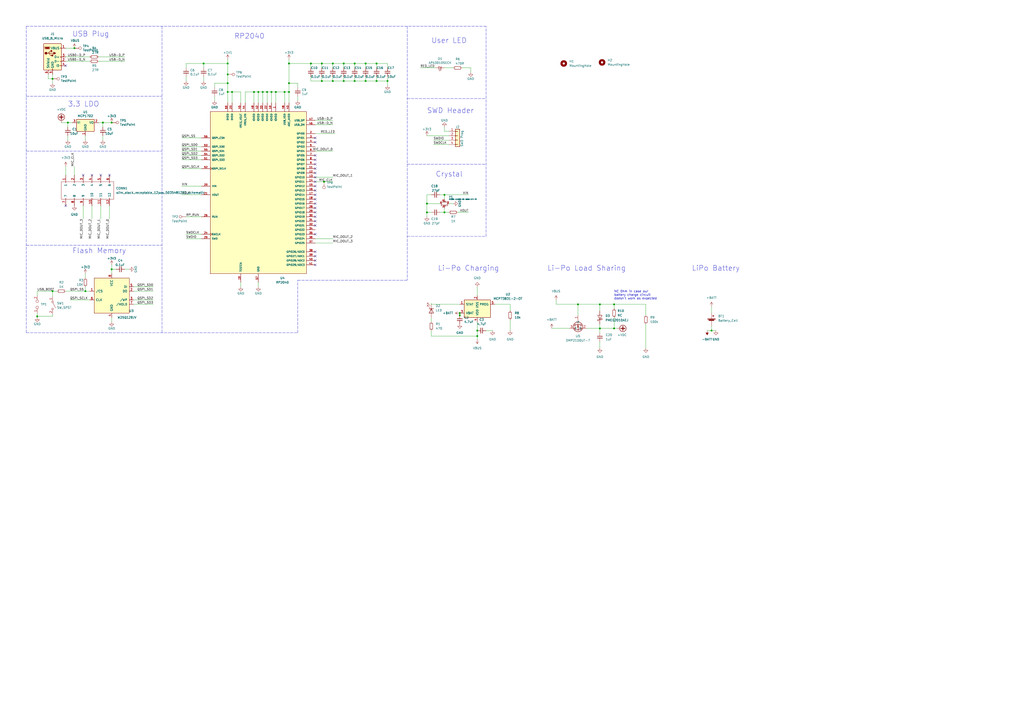
<source format=kicad_sch>
(kicad_sch (version 20211123) (generator eeschema)
  (paper "A2")
  (title_block (title "Multi Speaker Wearable Array") (date "2021-11-20") (rev "V 0.1") (comment 3 "Fork of: Mico, Electronuts Labs") (comment 4 "Design: Cayden Pierce"))
  (junction (at 147.32 53.34))
  (junction (at 212.09 36.83))
  (junction (at 30.48 168.91))
  (junction (at 347.98 190.5))
  (junction (at 266.7 181.61))
  (junction (at 157.48 53.34))
  (junction (at 347.98 176.53))
  (junction (at 247.65 118.11))
  (junction (at 132.08 36.83))
  (junction (at 167.64 48.26))
  (junction (at 59.69 71.12))
  (junction (at 186.69 36.83))
  (junction (at 167.64 53.34))
  (junction (at 412.75 191.77))
  (junction (at 193.04 36.83))
  (junction (at 212.09 46.99))
  (junction (at 64.77 71.12))
  (junction (at 160.02 53.34))
  (junction (at 118.11 36.83))
  (junction (at 49.53 168.91))
  (junction (at 247.65 123.19))
  (junction (at 205.74 46.99))
  (junction (at 180.34 36.83))
  (junction (at 257.81 123.19))
  (junction (at 218.44 36.83))
  (junction (at 199.39 46.99))
  (junction (at 132.08 53.34))
  (junction (at 335.28 176.53))
  (junction (at 186.69 46.99))
  (junction (at 43.18 27.94))
  (junction (at 224.79 46.99))
  (junction (at 39.37 71.12))
  (junction (at 193.04 46.99))
  (junction (at 149.86 53.34))
  (junction (at 154.94 53.34))
  (junction (at 257.81 113.03))
  (junction (at 218.44 46.99))
  (junction (at 205.74 36.83))
  (junction (at 64.77 156.21))
  (junction (at 30.48 45.72))
  (junction (at 167.64 36.83))
  (junction (at 276.86 194.945))
  (junction (at 356.235 190.5))
  (junction (at 356.235 176.53))
  (junction (at 165.1 53.34))
  (junction (at 199.39 36.83))
  (junction (at 134.62 53.34))
  (junction (at 187.96 105.41))
  (junction (at 152.4 53.34))
  (junction (at 132.08 48.26))
  (junction (at 21.59 183.515))
  (junction (at 266.7 182.88))
  (junction (at 132.08 43.18))
  (junction (at 276.86 191.77))
  (no_connect (at 182.88 118.11))
  (no_connect (at 182.88 151.13))
  (no_connect (at 182.88 97.79))
  (no_connect (at 182.88 90.17))
  (no_connect (at 38.1 38.1))
  (no_connect (at 182.88 148.59))
  (no_connect (at 182.88 115.57))
  (no_connect (at 182.88 123.19))
  (no_connect (at 182.88 92.71))
  (no_connect (at 182.88 100.33))
  (no_connect (at 182.88 105.41))
  (no_connect (at 182.88 130.81))
  (no_connect (at 38.1 119.38))
  (no_connect (at 182.88 120.65))
  (no_connect (at 182.88 135.89))
  (no_connect (at 182.88 110.49))
  (no_connect (at 63.5 101.6))
  (no_connect (at 48.26 101.6))
  (no_connect (at 58.42 101.6))
  (no_connect (at 53.34 101.6))
  (no_connect (at 182.88 153.67))
  (no_connect (at 182.88 113.03))
  (no_connect (at 182.88 128.27))
  (no_connect (at 182.88 82.55))
  (no_connect (at 182.88 95.25))
  (no_connect (at 182.88 102.87))
  (no_connect (at 182.88 146.05))
  (no_connect (at 182.88 107.95))
  (no_connect (at 182.88 125.73))
  (no_connect (at 182.88 80.01))
  (polyline (pts (xy 172.72 193.04) (xy 172.72 162.56)))
  (wire (pts (xy 63.5 119.38) (xy 63.5 127)))
  (wire (pts (xy 356.235 176.53) (xy 356.235 179.07)))
  (polyline (pts (xy 172.72 162.56) (xy 236.22 162.56)))
  (wire (pts (xy 154.94 53.34) (xy 157.48 53.34)))
  (wire (pts (xy 356.235 190.5) (xy 358.14 190.5)))
  (wire (pts (xy 212.09 44.45) (xy 212.09 46.99)))
  (wire (pts (xy 116.84 92.71) (xy 105.41 92.71)))
  (wire (pts (xy 118.11 39.37) (xy 118.11 36.83)))
  (wire (pts (xy 88.9 173.99) (xy 77.47 173.99)))
  (wire (pts (xy 165.1 59.69) (xy 165.1 53.34)))
  (wire (pts (xy 157.48 53.34) (xy 160.02 53.34)))
  (wire (pts (xy 165.1 53.34) (xy 167.64 53.34)))
  (wire (pts (xy 67.31 156.21) (xy 64.77 156.21)))
  (wire (pts (xy 152.4 59.69) (xy 152.4 53.34)))
  (wire (pts (xy 52.07 35.56) (xy 38.1 35.56)))
  (polyline (pts (xy 15.24 55.88) (xy 93.98 55.88)))
  (wire (pts (xy 205.74 44.45) (xy 205.74 46.99)))
  (wire (pts (xy 257.81 76.2) (xy 257.81 73.66)))
  (wire (pts (xy 247.65 123.19) (xy 247.65 125.73)))
  (wire (pts (xy 205.74 36.83) (xy 212.09 36.83)))
  (wire (pts (xy 118.11 36.83) (xy 132.08 36.83)))
  (wire (pts (xy 218.44 46.99) (xy 224.79 46.99)))
  (wire (pts (xy 182.88 105.41) (xy 187.96 105.41)))
  (wire (pts (xy 266.7 182.88) (xy 266.7 184.15)))
  (wire (pts (xy 21.59 168.91) (xy 21.59 171.45)))
  (wire (pts (xy 21.59 183.515) (xy 30.48 183.515)))
  (wire (pts (xy 57.15 71.12) (xy 59.69 71.12)))
  (wire (pts (xy 186.69 39.37) (xy 186.69 36.83)))
  (polyline (pts (xy 236.22 57.15) (xy 281.94 57.15)))
  (wire (pts (xy 57.15 35.56) (xy 72.39 35.56)))
  (wire (pts (xy 247.65 118.11) (xy 247.65 123.19)))
  (wire (pts (xy 59.69 73.66) (xy 59.69 71.12)))
  (wire (pts (xy 335.28 176.53) (xy 335.28 182.88)))
  (wire (pts (xy 38.1 168.91) (xy 49.53 168.91)))
  (wire (pts (xy 118.11 46.99) (xy 118.11 44.45)))
  (wire (pts (xy 224.79 46.99) (xy 224.79 49.53)))
  (wire (pts (xy 186.69 36.83) (xy 193.04 36.83)))
  (wire (pts (xy 30.48 182.245) (xy 30.48 183.515)))
  (wire (pts (xy 193.04 44.45) (xy 193.04 46.99)))
  (wire (pts (xy 347.98 190.5) (xy 347.98 193.04)))
  (wire (pts (xy 180.34 44.45) (xy 180.34 46.99)))
  (wire (pts (xy 160.02 59.69) (xy 160.02 53.34)))
  (wire (pts (xy 374.65 182.88) (xy 374.65 176.53)))
  (wire (pts (xy 160.02 53.34) (xy 165.1 53.34)))
  (wire (pts (xy 134.62 53.34) (xy 132.08 53.34)))
  (wire (pts (xy 199.39 46.99) (xy 205.74 46.99)))
  (wire (pts (xy 116.84 97.79) (xy 105.41 97.79)))
  (wire (pts (xy 105.41 87.63) (xy 116.84 87.63)))
  (wire (pts (xy 105.41 80.01) (xy 116.84 80.01)))
  (wire (pts (xy 250.19 176.53) (xy 250.19 175.895)))
  (wire (pts (xy 39.37 71.12) (xy 35.56 71.12)))
  (wire (pts (xy 218.44 39.37) (xy 218.44 36.83)))
  (wire (pts (xy 132.08 36.83) (xy 132.08 34.29)))
  (wire (pts (xy 257.81 113.03) (xy 271.78 113.03)))
  (wire (pts (xy 218.44 36.83) (xy 224.79 36.83)))
  (wire (pts (xy 149.86 53.34) (xy 152.4 53.34)))
  (wire (pts (xy 347.98 190.5) (xy 356.235 190.5)))
  (wire (pts (xy 243.84 39.37) (xy 252.73 39.37)))
  (wire (pts (xy 273.05 39.37) (xy 273.05 41.91)))
  (wire (pts (xy 347.98 187.96) (xy 347.98 190.5)))
  (wire (pts (xy 41.91 71.12) (xy 39.37 71.12)))
  (wire (pts (xy 64.77 184.15) (xy 64.77 186.69)))
  (wire (pts (xy 53.34 119.38) (xy 53.34 127)))
  (wire (pts (xy 59.69 71.12) (xy 64.77 71.12)))
  (wire (pts (xy 167.64 53.34) (xy 167.64 48.26)))
  (wire (pts (xy 134.62 53.34) (xy 139.7 53.34)))
  (wire (pts (xy 39.37 78.74) (xy 39.37 81.28)))
  (wire (pts (xy 167.64 53.34) (xy 167.64 59.69)))
  (wire (pts (xy 139.7 53.34) (xy 139.7 59.69)))
  (wire (pts (xy 33.02 168.91) (xy 30.48 168.91)))
  (wire (pts (xy 152.4 53.34) (xy 154.94 53.34)))
  (wire (pts (xy 39.37 73.66) (xy 39.37 71.12)))
  (wire (pts (xy 107.95 44.45) (xy 107.95 46.99)))
  (wire (pts (xy 218.44 44.45) (xy 218.44 46.99)))
  (wire (pts (xy 186.69 44.45) (xy 186.69 46.99)))
  (wire (pts (xy 27.94 43.18) (xy 27.94 45.72)))
  (wire (pts (xy 260.35 76.2) (xy 257.81 76.2)))
  (wire (pts (xy 347.98 176.53) (xy 356.235 176.53)))
  (wire (pts (xy 276.86 194.945) (xy 276.86 196.85)))
  (wire (pts (xy 260.35 123.19) (xy 257.81 123.19)))
  (wire (pts (xy 295.91 180.34) (xy 295.91 176.53)))
  (wire (pts (xy 199.39 36.83) (xy 205.74 36.83)))
  (wire (pts (xy 105.41 113.03) (xy 116.84 113.03)))
  (wire (pts (xy 412.75 189.23) (xy 412.75 191.77)))
  (wire (pts (xy 149.86 59.69) (xy 149.86 53.34)))
  (wire (pts (xy 59.69 78.74) (xy 59.69 81.28)))
  (wire (pts (xy 132.08 36.83) (xy 132.08 43.18)))
  (wire (pts (xy 193.04 72.39) (xy 182.88 72.39)))
  (wire (pts (xy 224.79 39.37) (xy 224.79 36.83)))
  (wire (pts (xy 38.1 96.52) (xy 38.1 101.6)))
  (wire (pts (xy 257.81 120.65) (xy 257.81 123.19)))
  (wire (pts (xy 262.89 39.37) (xy 257.81 39.37)))
  (wire (pts (xy 132.08 59.69) (xy 132.08 53.34)))
  (wire (pts (xy 356.235 176.53) (xy 374.65 176.53)))
  (wire (pts (xy 193.04 46.99) (xy 199.39 46.99)))
  (wire (pts (xy 172.72 58.42) (xy 172.72 55.88)))
  (wire (pts (xy 374.65 187.96) (xy 374.65 201.93)))
  (wire (pts (xy 187.96 105.41) (xy 193.04 105.41)))
  (wire (pts (xy 142.24 59.69) (xy 142.24 53.34)))
  (wire (pts (xy 250.19 191.77) (xy 250.19 194.945)))
  (polyline (pts (xy 15.24 142.24) (xy 93.98 142.24)))
  (wire (pts (xy 212.09 39.37) (xy 212.09 36.83)))
  (wire (pts (xy 118.11 36.83) (xy 107.95 36.83)))
  (wire (pts (xy 180.34 36.83) (xy 186.69 36.83)))
  (wire (pts (xy 147.32 59.69) (xy 147.32 53.34)))
  (polyline (pts (xy 236.22 15.24) (xy 236.22 162.56)))
  (wire (pts (xy 257.81 115.57) (xy 257.81 113.03)))
  (wire (pts (xy 281.94 191.77) (xy 285.75 191.77)))
  (wire (pts (xy 276.86 166.37) (xy 276.86 171.45)))
  (polyline (pts (xy 15.24 193.04) (xy 172.72 193.04)))
  (wire (pts (xy 116.84 107.95) (xy 105.41 107.95)))
  (wire (pts (xy 49.53 161.29) (xy 49.53 158.75)))
  (wire (pts (xy 77.47 166.37) (xy 88.9 166.37)))
  (wire (pts (xy 347.98 176.53) (xy 347.98 180.34)))
  (wire (pts (xy 257.81 113.03) (xy 255.27 113.03)))
  (wire (pts (xy 250.19 113.03) (xy 247.65 113.03)))
  (wire (pts (xy 64.77 156.21) (xy 64.77 153.67)))
  (wire (pts (xy 347.98 198.12) (xy 347.98 201.93)))
  (wire (pts (xy 199.39 44.45) (xy 199.39 46.99)))
  (wire (pts (xy 224.79 44.45) (xy 224.79 46.99)))
  (wire (pts (xy 21.59 183.515) (xy 21.59 184.15)))
  (wire (pts (xy 267.97 39.37) (xy 273.05 39.37)))
  (wire (pts (xy 52.07 173.99) (xy 40.64 173.99)))
  (polyline (pts (xy 236.22 95.25) (xy 281.94 95.25)))
  (wire (pts (xy 199.39 39.37) (xy 199.39 36.83)))
  (polyline (pts (xy 15.24 15.24) (xy 15.24 193.04)))
  (wire (pts (xy 322.58 176.53) (xy 335.28 176.53)))
  (wire (pts (xy 247.65 123.19) (xy 250.19 123.19)))
  (wire (pts (xy 412.75 191.77) (xy 415.29 191.77)))
  (wire (pts (xy 180.34 36.83) (xy 167.64 36.83)))
  (wire (pts (xy 257.81 123.19) (xy 255.27 123.19)))
  (wire (pts (xy 410.21 191.77) (xy 412.75 191.77)))
  (wire (pts (xy 43.18 96.52) (xy 43.18 101.6)))
  (wire (pts (xy 182.88 69.85) (xy 193.04 69.85)))
  (wire (pts (xy 116.84 85.09) (xy 105.41 85.09)))
  (wire (pts (xy 250.19 184.15) (xy 250.19 186.69)))
  (wire (pts (xy 116.84 125.73) (xy 107.95 125.73)))
  (wire (pts (xy 193.04 36.83) (xy 199.39 36.83)))
  (wire (pts (xy 147.32 53.34) (xy 149.86 53.34)))
  (wire (pts (xy 212.09 36.83) (xy 218.44 36.83)))
  (wire (pts (xy 49.53 78.74) (xy 49.53 81.28)))
  (wire (pts (xy 330.2 190.5) (xy 320.04 190.5)))
  (wire (pts (xy 260.35 78.74) (xy 247.65 78.74)))
  (wire (pts (xy 57.15 33.02) (xy 72.39 33.02)))
  (wire (pts (xy 124.46 58.42) (xy 124.46 55.88)))
  (wire (pts (xy 271.78 123.19) (xy 265.43 123.19)))
  (wire (pts (xy 30.48 45.72) (xy 30.48 43.18)))
  (wire (pts (xy 132.08 53.34) (xy 132.08 48.26)))
  (wire (pts (xy 48.26 119.38) (xy 48.26 127)))
  (wire (pts (xy 116.84 135.89) (xy 107.95 135.89)))
  (wire (pts (xy 132.08 48.26) (xy 124.46 48.26)))
  (wire (pts (xy 142.24 53.34) (xy 147.32 53.34)))
  (wire (pts (xy 295.91 176.53) (xy 287.02 176.53)))
  (wire (pts (xy 182.88 102.87) (xy 193.04 102.87)))
  (wire (pts (xy 88.9 168.91) (xy 77.47 168.91)))
  (wire (pts (xy 347.98 190.5) (xy 340.36 190.5)))
  (wire (pts (xy 172.72 48.26) (xy 172.72 50.8)))
  (wire (pts (xy 356.235 184.15) (xy 356.235 190.5)))
  (polyline (pts (xy 15.24 15.24) (xy 281.94 15.24)))
  (wire (pts (xy 30.48 168.91) (xy 21.59 168.91)))
  (wire (pts (xy 182.88 138.43) (xy 193.04 138.43)))
  (wire (pts (xy 58.42 119.38) (xy 58.42 127)))
  (wire (pts (xy 247.65 113.03) (xy 247.65 118.11)))
  (wire (pts (xy 266.7 176.53) (xy 250.19 176.53)))
  (wire (pts (xy 205.74 46.99) (xy 212.09 46.99)))
  (wire (pts (xy 167.64 36.83) (xy 167.64 48.26)))
  (wire (pts (xy 182.88 140.97) (xy 193.04 140.97)))
  (wire (pts (xy 182.88 87.63) (xy 193.04 87.63)))
  (wire (pts (xy 72.39 156.21) (xy 74.93 156.21)))
  (wire (pts (xy 77.47 176.53) (xy 88.9 176.53)))
  (wire (pts (xy 276.86 191.77) (xy 276.86 194.945)))
  (wire (pts (xy 260.35 83.82) (xy 251.46 83.82)))
  (wire (pts (xy 64.77 158.75) (xy 64.77 156.21)))
  (wire (pts (xy 167.64 48.26) (xy 172.72 48.26)))
  (wire (pts (xy 212.09 46.99) (xy 218.44 46.99)))
  (wire (pts (xy 260.35 118.11) (xy 262.89 118.11)))
  (wire (pts (xy 154.94 59.69) (xy 154.94 53.34)))
  (wire (pts (xy 107.95 39.37) (xy 107.95 36.83)))
  (wire (pts (xy 134.62 59.69) (xy 134.62 53.34)))
  (wire (pts (xy 205.74 39.37) (xy 205.74 36.83)))
  (wire (pts (xy 132.08 43.18) (xy 132.08 48.26)))
  (wire (pts (xy 149.86 163.83) (xy 149.86 166.37)))
  (wire (pts (xy 21.59 181.61) (xy 21.59 183.515)))
  (polyline (pts (xy 236.22 137.16) (xy 281.94 137.16)))
  (wire (pts (xy 255.27 118.11) (xy 247.65 118.11)))
  (wire (pts (xy 194.31 77.47) (xy 182.88 77.47)))
  (wire (pts (xy 276.86 186.69) (xy 276.86 191.77)))
  (wire (pts (xy 38.1 27.94) (xy 43.18 27.94)))
  (wire (pts (xy 412.75 177.8) (xy 412.75 181.61)))
  (wire (pts (xy 49.53 168.91) (xy 52.07 168.91)))
  (wire (pts (xy 260.35 81.28) (xy 251.46 81.28)))
  (wire (pts (xy 49.53 168.91) (xy 49.53 166.37)))
  (wire (pts (xy 105.41 90.17) (xy 116.84 90.17)))
  (wire (pts (xy 335.28 176.53) (xy 347.98 176.53)))
  (wire (pts (xy 116.84 138.43) (xy 107.95 138.43)))
  (wire (pts (xy 167.64 34.29) (xy 167.64 36.83)))
  (wire (pts (xy 180.34 39.37) (xy 180.34 36.83)))
  (wire (pts (xy 266.7 181.61) (xy 266.7 182.88)))
  (polyline (pts (xy 281.94 137.16) (xy 281.94 15.24)))
  (wire (pts (xy 157.48 59.69) (xy 157.48 53.34)))
  (wire (pts (xy 193.04 39.37) (xy 193.04 36.83)))
  (wire (pts (xy 27.94 45.72) (xy 30.48 45.72)))
  (wire (pts (xy 30.48 168.91) (xy 30.48 172.085)))
  (wire (pts (xy 139.7 163.83) (xy 139.7 166.37)))
  (wire (pts (xy 38.1 33.02) (xy 52.07 33.02)))
  (wire (pts (xy 186.69 46.99) (xy 193.04 46.99)))
  (wire (pts (xy 322.58 173.99) (xy 322.58 176.53)))
  (wire (pts (xy 180.34 46.99) (xy 186.69 46.99)))
  (wire (pts (xy 30.48 48.26) (xy 30.48 45.72)))
  (polyline (pts (xy 15.24 87.63) (xy 93.98 87.63)))
  (wire (pts (xy 295.91 185.42) (xy 295.91 191.77)))
  (polyline (pts (xy 93.98 15.24) (xy 93.98 193.04)))
  (wire (pts (xy 124.46 48.26) (xy 124.46 50.8)))
  (wire (pts (xy 250.19 194.945) (xy 276.86 194.945)))
  (text "NC 0hm in case our \nbattery charge circuit \ndoesn't work as expected\n" (at 356.235 173.99 0) (effects (font (size 1.27 1.27)) (justify left bottom)))
  (text "USB Plug" (at 41.91 21.59 0) (effects (font (size 2.9972 2.9972)) (justify left bottom)))
  (text "Li-Po Charging" (at 254 157.48 0) (effects (font (size 2.9972 2.9972)) (justify left bottom)))
  (text "Li-Po Load Sharing" (at 317.5 157.48 0) (effects (font (size 2.9972 2.9972)) (justify left bottom)))
  (text "Crystal" (at 252.73 102.87 0) (effects (font (size 2.9972 2.9972)) (justify left bottom)))
  (text "Flash Memory" (at 41.91 147.32 0) (effects (font (size 2.9972 2.9972)) (justify left bottom)))
  (text "SWD Header" (at 247.65 66.04 0) (effects (font (size 2.9972 2.9972)) (justify left bottom)))
  (text "User LED" (at 250.19 25.4 0) (effects (font (size 2.9972 2.9972)) (justify left bottom)))
  (text "3.3 LDO" (at 39.37 62.23 0) (effects (font (size 2.9972 2.9972)) (justify left bottom)))
  (text "RP2040" (at 135.89 22.86 0) (effects (font (size 2.9972 2.9972)) (justify left bottom)))
  (text "LiPo Battery" (at 401.32 157.48 0) (effects (font (size 2.9972 2.9972)) (justify left bottom)))
  (label "QSPI_SD3" (at 88.9 176.53 180))
  (label "XIN" (at 105.41 107.95 0))
  (label "USB-D_P" (at 72.39 33.02 180))
  (label "SWDIO" (at 107.95 138.43 0))
  (label "QSPI_SD1" (at 88.9 168.91 180))
  (label "MIC_DOUT_1" (at 193.04 102.87 0))
  (label "RP_RUN" (at 107.95 125.73 0))
  (label "MIC_CLK" (at 43.18 96.52 90))
  (label "XIN" (at 271.78 113.03 180))
  (label "QSPI_SD0" (at 105.41 85.09 0))
  (label "RED_LED" (at 243.84 39.37 0))
  (label "MIC_DOUT_3" (at 48.26 127 270))
  (label "QSPI_SCLK" (at 105.41 97.79 0))
  (label "MIC_DOUT_2" (at 193.04 138.43 0))
  (label "QSPI_SD2" (at 105.41 90.17 0))
  (label "SWDIO" (at 251.46 81.28 0))
  (label "MIC_DOUT_3" (at 193.04 140.97 0))
  (label "MIC_DOUT_2" (at 53.34 127 270))
  (label "MIC_DOUT_0" (at 193.04 87.63 180))
  (label "MIC_DOUT_1" (at 58.42 127 270))
  (label "MIC_CLK" (at 193.04 105.41 180))
  (label "USB-D_P" (at 193.04 69.85 180))
  (label "QSPI_SS" (at 105.41 80.01 0))
  (label "QSPI_SD3" (at 105.41 92.71 0))
  (label "USB-D_N" (at 72.39 35.56 180))
  (label "QSPI_SS" (at 40.64 168.91 0))
  (label "XOUT" (at 271.78 123.19 180))
  (label "USB_BOOT" (at 21.59 168.91 0))
  (label "USB-D_N" (at 193.04 72.39 180))
  (label "USB0-D_P" (at 49.53 33.02 180))
  (label "USB0-D_N" (at 49.53 35.56 180))
  (label "QSPI_SD1" (at 105.41 87.63 0))
  (label "QSPI_SD2" (at 88.9 173.99 180))
  (label "SWDCLK" (at 107.95 135.89 0))
  (label "QSPI_SCLK" (at 40.64 173.99 0))
  (label "XOUT" (at 105.41 113.03 0))
  (label "RED_LED" (at 194.31 77.47 180))
  (label "SWDCLK" (at 251.46 83.82 0))
  (label "MIC_DOUT_0" (at 63.5 127 270))
  (label "QSPI_SD0" (at 88.9 166.37 180))
  (symbol (lib_id "power:GND") (at 30.48 48.26 0) (unit 1)
    (property "Reference" "#PWR011" (effects hide))
    (property "Value" "GND" (at 30.48 52.07 0))
  )
  (symbol (lib_id "power:+3V3") (at 167.64 34.29 0) (unit 1)
    (property "Reference" "#PWR023" (effects hide))
    (property "Value" "+3V3" (at 167.64 30.48 0))
  )
  (symbol (lib_id "Device:C_Small") (at 180.34 41.91 0) (unit 1)
    (property "Reference" "C10" (at 180.34 39.37 0) (effects (justify left)))
    (property "Value" "0.1uF" (at 180.34 44.45 0) (effects (justify left)))
    (property "Footprint" "Capacitor_SMD:C_0402_1005Metric" (effects hide))
  )
  (symbol (lib_id "Device:R_Small") (at 54.61 33.02 270) (unit 1)
    (property "Reference" "R4" (at 53.34 27.94 90) (effects (justify left)))
    (property "Value" "27R" (at 53.34 30.48 90) (effects (justify left)))
    (property "Footprint" "Resistor_SMD:R_0402_1005Metric" (effects hide))
  )
  (symbol (lib_id "mico:RP2040") (at 149.86 113.03 0) (unit 1)
    (property "Reference" "U4" (at 163.83 161.29 0))
    (property "Value" "RP2040" (at 163.83 163.83 0))
    (property "Footprint" "mico:QFN40P700X700X90-57N" (effects hide))
    (property "MAXIMUM_PACKAGE_HEIGHT" "0.9 mm" (effects hide))
    (property "MANUFACTURER" "Raspberry Pi" (effects hide))
    (property "PARTREV" "1.6.1" (effects hide))
    (property "STANDARD" "IPC 7351B" (effects hide))
  )
  (symbol (lib_id "mico:W25Q128JV") (at 64.77 171.45 0) (unit 1)
    (property "Reference" "U3" (at 76.2 180.34 0))
    (property "Value" "W25Q128JV" (at 73.66 184.15 0))
    (property "Footprint" "mico:PSON50P300X200X60-9N" (effects hide))
  )
  (symbol (lib_id "power:GND") (at 118.11 46.99 0) (unit 1)
    (property "Reference" "#PWR018" (effects hide))
    (property "Value" "GND" (at 118.11 50.8 0))
  )
  (symbol (lib_id "Device:C_Small") (at 124.46 53.34 0) (unit 1)
    (property "Reference" "C8" (at 126.7968 52.1716 0) (effects (justify left)))
    (property "Value" "1uF" (at 126.7968 54.483 0) (effects (justify left)))
    (property "Footprint" "Capacitor_SMD:C_0402_1005Metric" (effects hide))
  )
  (symbol (lib_id "Device:C_Small") (at 118.11 41.91 0) (unit 1)
    (property "Reference" "C7" (at 120.4468 40.7416 0) (effects (justify left)))
    (property "Value" "0.1uF" (at 120.4468 43.053 0) (effects (justify left)))
    (property "Footprint" "Capacitor_SMD:C_0402_1005Metric" (effects hide))
  )
  (symbol (lib_id "power:GND") (at 139.7 166.37 0) (unit 1)
    (property "Reference" "#PWR021" (effects hide))
    (property "Value" "GND" (at 139.7 170.18 0))
  )
  (symbol (lib_id "power:GND") (at 149.86 166.37 0) (unit 1)
    (property "Reference" "#PWR022" (effects hide))
    (property "Value" "GND" (at 149.86 170.18 0))
  )
  (symbol (lib_id "power:GND") (at 124.46 58.42 0) (unit 1)
    (property "Reference" "#PWR019" (effects hide))
    (property "Value" "GND" (at 124.46 62.23 0))
  )
  (symbol (lib_id "Device:C_Small") (at 107.95 41.91 0) (unit 1)
    (property "Reference" "C6" (at 110.2868 40.7416 0) (effects (justify left)))
    (property "Value" "0.1uF" (at 110.2868 43.053 0) (effects (justify left)))
    (property "Footprint" "Capacitor_SMD:C_0402_1005Metric" (effects hide))
  )
  (symbol (lib_id "power:+1V1") (at 132.08 34.29 0) (unit 1)
    (property "Reference" "#PWR020" (effects hide))
    (property "Value" "+1V1" (at 132.08 30.48 0))
  )
  (symbol (lib_id "Device:C_Small") (at 172.72 53.34 0) (unit 1)
    (property "Reference" "C9" (at 175.0568 52.1716 0) (effects (justify left)))
    (property "Value" "1uF" (at 175.0568 54.483 0) (effects (justify left)))
    (property "Footprint" "Capacitor_SMD:C_0402_1005Metric" (effects hide))
  )
  (symbol (lib_id "power:GND") (at 107.95 46.99 0) (unit 1)
    (property "Reference" "#PWR017" (effects hide))
    (property "Value" "GND" (at 107.95 50.8 0))
  )
  (symbol (lib_id "power:GND") (at 172.72 58.42 0) (unit 1)
    (property "Reference" "#PWR024" (effects hide))
    (property "Value" "GND" (at 172.72 62.23 0))
  )
  (symbol (lib_id "power:GND") (at 224.79 49.53 0) (unit 1)
    (property "Reference" "#PWR025" (effects hide))
    (property "Value" "GND" (at 224.79 53.34 0))
  )
  (symbol (lib_id "Device:R_Small") (at 54.61 35.56 270) (unit 1)
    (property "Reference" "R5" (at 53.34 38.1 90) (effects (justify left)))
    (property "Value" "27R" (at 53.34 40.64 90) (effects (justify left)))
    (property "Footprint" "Resistor_SMD:R_0402_1005Metric" (effects hide))
  )
  (symbol (lib_id "Connector:TestPoint_2Pole") (at 21.59 176.53 90) (unit 1)
    (property "Reference" "TP1" (at 25.4 176.53 90))
    (property "Value" "TestPoint_2Pole" (effects hide))
    (property "Footprint" "mico:SMD_1x02_P1.27mm" (effects hide))
  )
  (symbol (lib_id "power:GND") (at 21.59 184.15 0) (unit 1)
    (property "Reference" "#PWR01" (effects hide))
    (property "Value" "GND" (at 21.59 187.96 0))
  )
  (symbol (lib_id "Device:R_Small") (at 35.56 168.91 270) (unit 1)
    (property "Reference" "R2" (at 34.29 163.83 90) (effects (justify left)))
    (property "Value" "1K" (at 34.29 166.37 90) (effects (justify left)))
    (property "Footprint" "Resistor_SMD:R_0402_1005Metric" (effects hide))
  )
  (symbol (lib_id "power:GND") (at 64.77 186.69 0) (unit 1)
    (property "Reference" "#PWR016" (effects hide))
    (property "Value" "GND" (at 64.77 190.5 0))
  )
  (symbol (lib_id "Device:R_Small") (at 49.53 163.83 0) (unit 1)
    (property "Reference" "R3" (at 45.72 162.56 0) (effects (justify left)))
    (property "Value" "10K" (at 44.45 165.1 0) (effects (justify left)))
    (property "Footprint" "Resistor_SMD:R_0402_1005Metric" (effects hide))
  )
  (symbol (lib_id "Device:C_Small") (at 69.85 156.21 90) (unit 1)
    (property "Reference" "C4" (at 71.12 151.13 90) (effects (justify left)))
    (property "Value" "0.1uF" (at 72.39 153.67 90) (effects (justify left)))
    (property "Footprint" "Capacitor_SMD:C_0402_1005Metric" (effects hide))
  )
  (symbol (lib_id "power:GND") (at 74.93 156.21 90) (unit 1)
    (property "Reference" "#PWR010" (effects hide))
    (property "Value" "GND" (at 78.74 156.21 0))
  )
  (symbol (lib_id "power:+3V3") (at 64.77 153.67 0) (unit 1)
    (property "Reference" "#PWR015" (effects hide))
    (property "Value" "+3V3" (at 64.77 149.86 0))
  )
  (symbol (lib_id "power:+3V3") (at 49.53 158.75 0) (unit 1)
    (property "Reference" "#PWR07" (effects hide))
    (property "Value" "+3V3" (at 49.53 154.94 0))
  )
  (symbol (lib_id "power:VBUS") (at 43.18 27.94 0) (unit 1)
    (property "Reference" "#PWR012" (effects hide))
    (property "Value" "VBUS" (at 43.561 23.5458 0))
  )
  (symbol (lib_id "Device:R_Small") (at 262.89 123.19 270) (unit 1)
    (property "Reference" "R7" (at 261.62 125.73 90) (effects (justify left)))
    (property "Value" "1K" (at 261.62 128.27 90) (effects (justify left)))
    (property "Footprint" "Resistor_SMD:R_0402_1005Metric" (effects hide))
  )
  (symbol (lib_id "Device:C_Small") (at 252.73 113.03 90) (unit 1)
    (property "Reference" "C18" (at 254 107.95 90) (effects (justify left)))
    (property "Value" "27pF" (at 255.27 110.49 90) (effects (justify left)))
    (property "Footprint" "Capacitor_SMD:C_0402_1005Metric" (effects hide))
  )
  (symbol (lib_id "Device:C_Small") (at 252.73 123.19 90) (unit 1)
    (property "Reference" "C19" (at 254 127 90) (effects (justify left)))
    (property "Value" "27pF" (at 255.27 129.54 90) (effects (justify left)))
    (property "Footprint" "Capacitor_SMD:C_0402_1005Metric" (effects hide))
  )
  (symbol (lib_id "power:GND") (at 247.65 125.73 0) (unit 1)
    (property "Reference" "#PWR026" (effects hide))
    (property "Value" "GND" (at 247.65 129.54 0))
  )
  (symbol (lib_id "Device:C_Small") (at 224.79 41.91 0) (unit 1)
    (property "Reference" "C17" (at 224.79 39.37 0) (effects (justify left)))
    (property "Value" "10uF" (at 224.79 44.45 0) (effects (justify left)))
    (property "Footprint" "Capacitor_SMD:C_0402_1005Metric" (effects hide))
  )
  (symbol (lib_id "Device:C_Small") (at 186.69 41.91 0) (unit 1)
    (property "Reference" "C11" (at 186.69 39.37 0) (effects (justify left)))
    (property "Value" "0.1uF" (at 186.69 44.45 0) (effects (justify left)))
    (property "Footprint" "Capacitor_SMD:C_0402_1005Metric" (effects hide))
  )
  (symbol (lib_id "Device:C_Small") (at 193.04 41.91 0) (unit 1)
    (property "Reference" "C12" (at 193.04 39.37 0) (effects (justify left)))
    (property "Value" "0.1uF" (at 193.04 44.45 0) (effects (justify left)))
    (property "Footprint" "Capacitor_SMD:C_0402_1005Metric" (effects hide))
  )
  (symbol (lib_id "Device:C_Small") (at 199.39 41.91 0) (unit 1)
    (property "Reference" "C13" (at 199.39 39.37 0) (effects (justify left)))
    (property "Value" "0.1uF" (at 199.39 44.45 0) (effects (justify left)))
    (property "Footprint" "Capacitor_SMD:C_0402_1005Metric" (effects hide))
  )
  (symbol (lib_id "Device:R_Small") (at 265.43 39.37 270) (unit 1)
    (property "Reference" "R6" (at 264.16 34.29 90) (effects (justify left)))
    (property "Value" "470R" (at 264.16 36.83 90) (effects (justify left)))
    (property "Footprint" "Resistor_SMD:R_0402_1005Metric" (effects hide))
  )
  (symbol (lib_id "Device:LED_Small") (at 255.27 39.37 180) (unit 1)
    (property "Reference" "D1" (at 255.27 34.1122 0))
    (property "Value" "APA3010SECK" (at 255.27 36.4236 0))
    (property "Footprint" "LED_SMD:LED_0402_1005Metric" (effects hide))
  )
  (symbol (lib_id "power:GND") (at 273.05 41.91 0) (unit 1)
    (property "Reference" "#PWR029" (effects hide))
    (property "Value" "GND" (at 273.05 45.72 0))
  )
  (symbol (lib_id "Device:C_Small") (at 205.74 41.91 0) (unit 1)
    (property "Reference" "C14" (at 205.74 39.37 0) (effects (justify left)))
    (property "Value" "0.1uF" (at 205.74 44.45 0) (effects (justify left)))
    (property "Footprint" "Capacitor_SMD:C_0402_1005Metric" (effects hide))
  )
  (symbol (lib_id "Connector_Generic:Conn_01x04") (at 265.43 78.74 0) (unit 1)
    (property "Reference" "J2" (at 264.16 73.66 0) (effects (justify left)))
    (property "Value" "SWD Prog" (at 267.97 85.09 90) (effects (justify left)))
    (property "Footprint" "mico:SMD_1x04_P1.27mm" (effects hide))
  )
  (symbol (lib_id "Device:C_Small") (at 212.09 41.91 0) (unit 1)
    (property "Reference" "C15" (at 212.09 39.37 0) (effects (justify left)))
    (property "Value" "0.1uF" (at 212.09 44.45 0) (effects (justify left)))
    (property "Footprint" "Capacitor_SMD:C_0402_1005Metric" (effects hide))
  )
  (symbol (lib_id "Device:C_Small") (at 218.44 41.91 0) (unit 1)
    (property "Reference" "C16" (at 218.44 39.37 0) (effects (justify left)))
    (property "Value" "0.1uF" (at 218.44 44.45 0) (effects (justify left)))
    (property "Footprint" "Capacitor_SMD:C_0402_1005Metric" (effects hide))
  )
  (symbol (lib_id "power:GND") (at 257.81 73.66 0) (mirror x) (unit 1)
    (property "Reference" "#PWR028" (effects hide))
    (property "Value" "GND" (at 257.81 69.85 0))
  )
  (symbol (lib_id "power:+3V3") (at 247.65 78.74 0) (mirror y) (unit 1)
    (property "Reference" "#PWR027" (effects hide))
    (property "Value" "+3V3" (at 247.65 74.93 0))
  )
  (symbol (lib_id "Connector:TestPoint") (at 107.95 125.73 90) (unit 1)
    (property "Reference" "TP2" (at 101.6 125.73 90))
    (property "Value" "TestPoint" (at 104.14 128.27 90))
    (property "Footprint" "mico:SMD_1x01_P1.27mm" (effects hide))
  )
  (symbol (lib_id "Regulator_Linear:MCP1700-3302E_SOT23") (at 49.53 71.12 0) (unit 1)
    (property "Reference" "U1" (at 49.53 64.9732 0))
    (property "Value" "MCP1702" (at 49.53 67.2846 0))
    (property "Footprint" "Package_TO_SOT_SMD:SOT-23" (effects hide))
    (property "Datasheet" "http://ww1.microchip.com/downloads/en/DeviceDoc/20001826D.pdf" (effects hide))
  )
  (symbol (lib_id "power:GND") (at 49.53 81.28 0) (unit 1)
    (property "Reference" "#PWR06" (effects hide))
    (property "Value" "GND" (at 49.53 85.09 0))
  )
  (symbol (lib_id "Device:C_Small") (at 59.69 76.2 0) (unit 1)
    (property "Reference" "C5" (at 62.23 74.93 0) (effects (justify left)))
    (property "Value" "10uF" (at 60.96 77.47 0) (effects (justify left)))
    (property "Footprint" "Capacitor_SMD:C_0402_1005Metric" (effects hide))
  )
  (symbol (lib_id "Device:C_Small") (at 39.37 76.2 0) (unit 1)
    (property "Reference" "C1" (at 41.91 74.93 0) (effects (justify left)))
    (property "Value" "10uF" (at 40.64 77.47 0) (effects (justify left)))
    (property "Footprint" "Capacitor_SMD:C_0402_1005Metric" (effects hide))
  )
  (symbol (lib_id "power:GND") (at 39.37 81.28 0) (unit 1)
    (property "Reference" "#PWR04" (effects hide))
    (property "Value" "GND" (at 39.37 85.09 0))
  )
  (symbol (lib_id "power:GND") (at 59.69 81.28 0) (unit 1)
    (property "Reference" "#PWR013" (effects hide))
    (property "Value" "GND" (at 59.69 85.09 0))
  )
  (symbol (lib_id "power:+3V3") (at 64.77 71.12 0) (unit 1)
    (property "Reference" "#PWR014" (effects hide))
    (property "Value" "+3V3" (at 64.77 67.31 0))
  )
  (symbol (lib_id "Device:Crystal_GND24_Small") (at 257.81 118.11 90) (unit 1)
    (property "Reference" "Y1" (at 260.35 114.3 90) (effects (justify right)))
    (property "Value" "H130B-12.000-20-3050-EXT-TR" (at 260.35 115.57 90) (effects (font (size 0.6096 0.6096)) (justify right)))
    (property "Footprint" "Crystal:Crystal_SMD_5032-4Pin_5.0x3.2mm" (effects hide))
  )
  (symbol (lib_id "power:GND") (at 262.89 118.11 90) (unit 1)
    (property "Reference" "#PWR031" (effects hide))
    (property "Value" "GND" (at 266.7 118.11 0))
  )
  (symbol (lib_id "Connector:TestPoint") (at 30.48 45.72 270) (unit 1)
    (property "Reference" "TP3" (at 35.2552 44.5516 90) (effects (justify left)))
    (property "Value" "TestPoint" (at 35.2552 46.863 90) (effects (justify left)))
    (property "Footprint" "mico:SMD_1x01_P1.27mm" (effects hide))
  )
  (symbol (lib_id "Connector:TestPoint") (at 43.18 27.94 270) (unit 1)
    (property "Reference" "TP4" (at 47.9552 26.7716 90) (effects (justify left)))
    (property "Value" "TestPoint" (at 47.9552 29.083 90) (effects (justify left)))
    (property "Footprint" "mico:SMD_1x01_P1.27mm" (effects hide))
  )
  (symbol (lib_id "Connector:TestPoint") (at 64.77 71.12 270) (unit 1)
    (property "Reference" "TP5" (at 69.5452 69.9516 90) (effects (justify left)))
    (property "Value" "TestPoint" (at 69.5452 72.263 90) (effects (justify left)))
    (property "Footprint" "mico:SMD_1x01_P1.27mm" (effects hide))
  )
  (symbol (lib_id "Connector:TestPoint") (at 132.08 43.18 270) (unit 1)
    (property "Reference" "TP6" (at 136.8552 42.0116 90) (effects (justify left)))
    (property "Value" "TestPoint" (at 136.8552 44.323 90) (effects (justify left)))
    (property "Footprint" "mico:SMD_1x01_P1.27mm" (effects hide))
  )
  (symbol (lib_id "Connector:TestPoint") (at 187.96 105.41 180) (unit 1)
    (property "Reference" "TP9" (at 189.4332 106.0704 0) (effects (justify right)))
    (property "Value" "TestPoint" (at 189.4332 108.3818 0) (effects (justify right)))
    (property "Footprint" "mico:SMD_1x01_P1.27mm" (effects hide))
  )
  (symbol (lib_name "VBUS_2") (lib_id "power:VBUS") (at 322.58 173.99 0) (unit 1)
    (property "Reference" "#PWR0112" (effects hide))
    (property "Value" "VBUS" (at 322.58 168.91 0))
  )
  (symbol (lib_id "Device:Battery_Cell") (at 412.75 186.69 0) (unit 1)
    (property "Reference" "BT1" (at 416.56 183.3879 0) (effects (justify left)))
    (property "Value" "Battery_Cell" (at 416.56 185.9279 0) (effects (justify left)))
    (property "Footprint" "OpenSourceSmartGlasses:BatterySolderOn" (effects hide))
  )
  (symbol (lib_id "power:+BATT") (at 320.04 190.5 0) (unit 1)
    (property "Reference" "#PWR0107" (effects hide))
    (property "Value" "+BATT" (at 320.04 185.42 0))
  )
  (symbol (lib_id "MSA_lib:‎DMP21D0UT-7‎") (at 335.28 190.5 90) (mirror x) (unit 1)
    (property "Reference" "U5" (at 335.28 194.945 90))
    (property "Value" "‎DMP21D0UT-7‎" (at 335.28 197.485 90))
    (property "Footprint" "Package_TO_SOT_SMD:SOT-523" (effects hide))
  )
  (symbol (lib_name "C_Small_2") (lib_id "Device:C_Small") (at 347.98 195.58 0) (unit 1)
    (property "Reference" "C20" (at 351.282 194.3162 0) (effects (justify left)))
    (property "Value" "1uF" (at 351.282 196.8562 0) (effects (justify left)))
    (property "Footprint" "Capacitor_SMD:C_0402_1005Metric_Pad0.74x0.62mm_HandSolder" (effects hide))
  )
  (symbol (lib_id "Device:LED") (at 250.19 180.34 270) (unit 1)
    (property "Reference" "D2" (at 252.73 177.4824 90) (effects (justify left)))
    (property "Value" "LED" (at 252.73 180.0224 90) (effects (justify left)))
    (property "Footprint" "LED_SMD:LED_0402_1005Metric" (effects hide))
  )
  (symbol (lib_name "GND_1") (lib_id "power:GND") (at 43.18 119.38 0) (unit 1)
    (property "Reference" "#PWR05" (effects hide))
    (property "Value" "GND" (at 43.18 124.46 0))
  )
  (symbol (lib_id "MSA_lib:slim_stack_receptable_12pos_5035481222_schematic") (at 44.45 107.95 0) (unit 1)
    (property "Reference" "CONN1" (at 67.31 109.2199 0) (effects (justify left)))
    (property "Value" "slim_stack_receptable_12pos_5035481222_schematic" (at 67.31 111.7599 0) (effects (justify left)))
    (property "Footprint" "OpenSourceSmartGlasses:slim_stack_molex_RECEPTACLE_5035481222" (effects hide))
  )
  (symbol (lib_id "Mechanical:MountingHole") (at 349.25 36.195 0) (unit 1)
    (property "Reference" "H2" (at 352.425 34.9249 0) (effects (justify left)))
    (property "Value" "MountingHole" (at 352.425 37.4649 0) (effects (justify left)))
    (property "Footprint" "OpenSourceSmartGlasses:Mount_hole_small_0.7mm" (effects hide))
  )
  (symbol (lib_id "power:-BATT") (at 410.21 191.77 180) (unit 1)
    (property "Reference" "#PWR0113" (effects hide))
    (property "Value" "-BATT" (at 410.21 196.85 0))
  )
  (symbol (lib_name "GND_2") (lib_id "power:GND") (at 285.75 191.77 0) (unit 1)
    (property "Reference" "#PWR0106" (effects hide))
    (property "Value" "GND" (at 285.75 196.85 0))
  )
  (symbol (lib_name "R_Small_2") (lib_id "Device:R_Small") (at 250.19 189.23 0) (unit 1)
    (property "Reference" "R1" (at 252.73 187.9599 0) (effects (justify left)))
    (property "Value" "470" (at 252.73 190.4999 0) (effects (justify left)))
    (property "Footprint" "Capacitor_SMD:C_0402_1005Metric_Pad0.74x0.62mm_HandSolder" (effects hide))
  )
  (symbol (lib_name "GND_4") (lib_id "power:GND") (at 276.86 166.37 180) (unit 1)
    (property "Reference" "#PWR0101" (effects hide))
    (property "Value" "GND" (at 276.86 161.29 0))
  )
  (symbol (lib_id "Mechanical:MountingHole") (at 327.025 36.83 0) (unit 1)
    (property "Reference" "H1" (at 330.2 35.5599 0) (effects (justify left)))
    (property "Value" "MountingHole" (at 330.2 38.0999 0) (effects (justify left)))
    (property "Footprint" "OpenSourceSmartGlasses:Mount_hole_small_0.7mm" (effects hide))
  )
  (symbol (lib_id "power:+BATT") (at 266.7 181.61 90) (unit 1)
    (property "Reference" "#PWR0103" (effects hide))
    (property "Value" "+BATT" (at 262.89 181.6099 90) (effects (justify left)))
  )
  (symbol (lib_id "Diode:PMEG2010AEJ") (at 347.98 184.15 90) (unit 1)
    (property "Reference" "D3" (at 351.155 183.1974 90) (effects (justify right)))
    (property "Value" "PMEG2010AEJ" (at 351.155 185.7374 90) (effects (justify right)))
    (property "Footprint" "Diode_SMD:D_SOD-323F" (effects hide))
    (property "Datasheet" "https://assets.nexperia.com/documents/data-sheet/PMEG2010AEJ.pdf" (effects hide))
  )
  (symbol (lib_name "C_Small_1") (lib_id "Device:C_Small") (at 279.4 191.77 90) (unit 1)
    (property "Reference" "C3" (at 279.4063 185.42 90))
    (property "Value" "4.7uF" (at 279.4063 187.96 90))
    (property "Footprint" "Capacitor_SMD:C_0402_1005Metric_Pad0.74x0.62mm_HandSolder" (effects hide))
  )
  (symbol (lib_name "GND_3") (lib_id "power:GND") (at 295.91 191.77 0) (unit 1)
    (property "Reference" "#PWR0105" (effects hide))
    (property "Value" "GND" (at 295.91 196.85 0))
  )
  (symbol (lib_name "R_Small_1") (lib_id "Device:R_Small") (at 295.91 182.88 0) (unit 1)
    (property "Reference" "R8" (at 298.45 181.6099 0) (effects (justify left)))
    (property "Value" "10k" (at 298.45 184.1499 0) (effects (justify left)))
    (property "Footprint" "Capacitor_SMD:C_0402_1005Metric_Pad0.74x0.62mm_HandSolder" (effects hide))
  )
  (symbol (lib_name "GND_6") (lib_id "power:GND") (at 347.98 201.93 0) (unit 1)
    (property "Reference" "#PWR0111" (effects hide))
    (property "Value" "GND" (at 347.98 207.01 0))
  )
  (symbol (lib_name "R_Small_3") (lib_id "Device:R_Small") (at 374.65 185.42 0) (unit 1)
    (property "Reference" "R9" (at 377.063 184.1499 0) (effects (justify left)))
    (property "Value" "100k" (at 377.063 186.6899 0) (effects (justify left)))
    (property "Footprint" "Capacitor_SMD:C_0402_1005Metric_Pad0.74x0.62mm_HandSolder" (effects hide))
  )
  (symbol (lib_id "Switch:SW_SPST") (at 30.48 177.165 270) (unit 1)
    (property "Reference" "SW1" (at 33.02 175.8949 90) (effects (justify left)))
    (property "Value" "SW_SPST" (at 33.02 178.4349 90) (effects (justify left)))
    (property "Footprint" "Button_Switch_SMD:SW_SPST_B3U-3100P-B" (effects hide))
  )
  (symbol (lib_name "+3V3_1") (lib_id "power:+3V3") (at 38.1 96.52 0) (unit 1)
    (property "Reference" "#PWR02" (effects hide))
    (property "Value" "+3V3" (at 38.1 91.44 0))
  )
  (symbol (lib_name "VBUS_1") (lib_id "power:VBUS") (at 276.86 196.85 180) (unit 1)
    (property "Reference" "#PWR0104" (effects hide))
    (property "Value" "VBUS" (at 276.86 201.93 0))
  )
  (symbol (lib_id "power:+BATT") (at 412.75 177.8 0) (unit 1)
    (property "Reference" "#PWR0108" (effects hide))
    (property "Value" "+BATT" (at 412.75 172.72 0))
  )
  (symbol (lib_id "power:+VDC") (at 35.56 71.12 0) (unit 1)
    (property "Reference" "#PWR0115" (effects hide))
    (property "Value" "+VDC" (at 35.56 63.5 0))
  )
  (symbol (lib_name "C_Small_3") (lib_id "Device:C_Small") (at 266.7 185.42 0) (unit 1)
    (property "Reference" "C2" (at 269.24 184.1562 0) (effects (justify left)))
    (property "Value" "4.7uF" (at 269.24 186.6962 0) (effects (justify left)))
    (property "Footprint" "Capacitor_SMD:C_0402_1005Metric_Pad0.74x0.62mm_HandSolder" (effects hide))
  )
  (symbol (lib_id "Battery_Management:MCP73831-2-OT") (at 276.86 179.07 180) (unit 1)
    (property "Reference" "U2" (at 294.64 170.7005 0))
    (property "Value" "MCP73831-2-OT" (at 294.64 173.2405 0))
    (property "Footprint" "Package_TO_SOT_SMD:SOT-23-5" (effects hide))
    (property "Datasheet" "http://ww1.microchip.com/downloads/en/DeviceDoc/20001984g.pdf" (effects hide))
  )
  (symbol (lib_name "GND_5") (lib_id "power:GND") (at 415.29 191.77 0) (mirror y) (unit 1)
    (property "Reference" "#PWR0114" (effects hide))
    (property "Value" "GND" (at 415.29 196.85 0))
  )
  (symbol (lib_id "Connector:USB_B_Micro") (at 30.48 33.02 0) (unit 1)
    (property "Reference" "J1" (at 30.48 19.685 0))
    (property "Value" "USB_B_Micro" (at 30.48 22.225 0))
    (property "Footprint" "OpenSourceSmartGlasses:micro_usb_right_angle_1050170001_molex" (effects hide))
  )
  (symbol (lib_name "GND_7") (lib_id "power:GND") (at 266.7 187.96 0) (unit 1)
    (property "Reference" "#PWR0102" (effects hide))
    (property "Value" "GND" (at 266.7 193.04 0))
  )
  (symbol (lib_id "power:+VDC") (at 358.14 190.5 270) (unit 1)
    (property "Reference" "#PWR0109" (effects hide))
    (property "Value" "+VDC" (at 358.14 194.31 90) (effects (justify left)))
  )
  (symbol (lib_name "GND_8") (lib_id "power:GND") (at 374.65 201.93 0) (unit 1)
    (property "Reference" "#PWR0110" (effects hide))
    (property "Value" "GND" (at 374.65 207.01 0))
  )
  (symbol (lib_name "R_Small_4") (lib_id "Device:R_Small") (at 356.235 181.61 0) (unit 1)
    (property "Reference" "R10" (at 358.14 180.3399 0) (effects (justify left)))
    (property "Value" "NC" (at 358.14 182.8799 0) (effects (justify left)))
    (property "Footprint" "Resistor_SMD:R_0402_1005Metric" (effects hide))
  )
)
</source>
